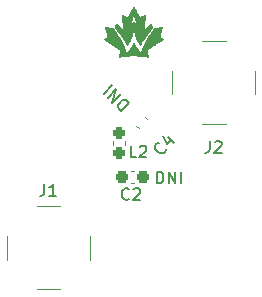
<source format=gto>
%TF.GenerationSoftware,KiCad,Pcbnew,6.0.9+dfsg-1*%
%TF.CreationDate,2022-11-12T19:52:27+00:00*%
%TF.ProjectId,antenna,616e7465-6e6e-4612-9e6b-696361645f70,rev?*%
%TF.SameCoordinates,Original*%
%TF.FileFunction,Legend,Top*%
%TF.FilePolarity,Positive*%
%FSLAX46Y46*%
G04 Gerber Fmt 4.6, Leading zero omitted, Abs format (unit mm)*
G04 Created by KiCad (PCBNEW 6.0.9+dfsg-1) date 2022-11-12 19:52:27*
%MOMM*%
%LPD*%
G01*
G04 APERTURE LIST*
G04 Aperture macros list*
%AMRoundRect*
0 Rectangle with rounded corners*
0 $1 Rounding radius*
0 $2 $3 $4 $5 $6 $7 $8 $9 X,Y pos of 4 corners*
0 Add a 4 corners polygon primitive as box body*
4,1,4,$2,$3,$4,$5,$6,$7,$8,$9,$2,$3,0*
0 Add four circle primitives for the rounded corners*
1,1,$1+$1,$2,$3*
1,1,$1+$1,$4,$5*
1,1,$1+$1,$6,$7*
1,1,$1+$1,$8,$9*
0 Add four rect primitives between the rounded corners*
20,1,$1+$1,$2,$3,$4,$5,0*
20,1,$1+$1,$4,$5,$6,$7,0*
20,1,$1+$1,$6,$7,$8,$9,0*
20,1,$1+$1,$8,$9,$2,$3,0*%
G04 Aperture macros list end*
%ADD10C,0.150000*%
%ADD11C,0.010000*%
%ADD12C,0.120000*%
%ADD13RoundRect,0.237500X-0.300000X-0.237500X0.300000X-0.237500X0.300000X0.237500X-0.300000X0.237500X0*%
%ADD14RoundRect,0.237500X0.237500X-0.287500X0.237500X0.287500X-0.237500X0.287500X-0.237500X-0.287500X0*%
%ADD15C,2.740000*%
%ADD16C,2.240000*%
%ADD17RoundRect,0.237500X-0.380070X0.044194X0.044194X-0.380070X0.380070X-0.044194X-0.044194X0.380070X0*%
%ADD18C,7.400000*%
%ADD19C,4.100000*%
G04 APERTURE END LIST*
D10*
X134824566Y-111357142D02*
X134776947Y-111404761D01*
X134634090Y-111452380D01*
X134538852Y-111452380D01*
X134395994Y-111404761D01*
X134300756Y-111309523D01*
X134253137Y-111214285D01*
X134205518Y-111023809D01*
X134205518Y-110880952D01*
X134253137Y-110690476D01*
X134300756Y-110595238D01*
X134395994Y-110500000D01*
X134538852Y-110452380D01*
X134634090Y-110452380D01*
X134776947Y-110500000D01*
X134824566Y-110547619D01*
X135205518Y-110547619D02*
X135253137Y-110500000D01*
X135348375Y-110452380D01*
X135586471Y-110452380D01*
X135681709Y-110500000D01*
X135729328Y-110547619D01*
X135776947Y-110642857D01*
X135776947Y-110738095D01*
X135729328Y-110880952D01*
X135157899Y-111452380D01*
X135776947Y-111452380D01*
X137176190Y-110052380D02*
X137176190Y-109052380D01*
X137414285Y-109052380D01*
X137557142Y-109100000D01*
X137652380Y-109195238D01*
X137700000Y-109290476D01*
X137747619Y-109480952D01*
X137747619Y-109623809D01*
X137700000Y-109814285D01*
X137652380Y-109909523D01*
X137557142Y-110004761D01*
X137414285Y-110052380D01*
X137176190Y-110052380D01*
X138176190Y-110052380D02*
X138176190Y-109052380D01*
X138747619Y-110052380D01*
X138747619Y-109052380D01*
X139223809Y-110052380D02*
X139223809Y-109052380D01*
X135433333Y-107852380D02*
X134957142Y-107852380D01*
X134957142Y-106852380D01*
X135719047Y-106947619D02*
X135766666Y-106900000D01*
X135861904Y-106852380D01*
X136100000Y-106852380D01*
X136195238Y-106900000D01*
X136242857Y-106947619D01*
X136290476Y-107042857D01*
X136290476Y-107138095D01*
X136242857Y-107280952D01*
X135671428Y-107852380D01*
X136290476Y-107852380D01*
X127666666Y-110102380D02*
X127666666Y-110816666D01*
X127619047Y-110959523D01*
X127523809Y-111054761D01*
X127380952Y-111102380D01*
X127285714Y-111102380D01*
X128666666Y-111102380D02*
X128095238Y-111102380D01*
X128380952Y-111102380D02*
X128380952Y-110102380D01*
X128285714Y-110245238D01*
X128190476Y-110340476D01*
X128095238Y-110388095D01*
X137934687Y-107170389D02*
X137934687Y-107237732D01*
X137867343Y-107372419D01*
X137800000Y-107439763D01*
X137665312Y-107507106D01*
X137530625Y-107507106D01*
X137429610Y-107473435D01*
X137261251Y-107372419D01*
X137160236Y-107271404D01*
X137059221Y-107103045D01*
X137025549Y-107002030D01*
X137025549Y-106867343D01*
X137092893Y-106732656D01*
X137160236Y-106665312D01*
X137294923Y-106597969D01*
X137362267Y-106597969D01*
X138136717Y-106160236D02*
X138608122Y-106631641D01*
X137698984Y-106059221D02*
X138035702Y-106732656D01*
X138473435Y-106294923D01*
X134843824Y-103204061D02*
X134136717Y-103911167D01*
X133968358Y-103742809D01*
X133901015Y-103608122D01*
X133901015Y-103473435D01*
X133934687Y-103372419D01*
X134035702Y-103204061D01*
X134136717Y-103103045D01*
X134305076Y-103002030D01*
X134406091Y-102968358D01*
X134540778Y-102968358D01*
X134675465Y-103035702D01*
X134843824Y-103204061D01*
X134136717Y-102496954D02*
X133429610Y-103204061D01*
X133732656Y-102092893D01*
X133025549Y-102800000D01*
X133395938Y-101756175D02*
X132688832Y-102463282D01*
X141666666Y-106452380D02*
X141666666Y-107166666D01*
X141619047Y-107309523D01*
X141523809Y-107404761D01*
X141380952Y-107452380D01*
X141285714Y-107452380D01*
X142095238Y-106547619D02*
X142142857Y-106500000D01*
X142238095Y-106452380D01*
X142476190Y-106452380D01*
X142571428Y-106500000D01*
X142619047Y-106547619D01*
X142666666Y-106642857D01*
X142666666Y-106738095D01*
X142619047Y-106880952D01*
X142047619Y-107452380D01*
X142666666Y-107452380D01*
G36*
X132800697Y-96793970D02*
G01*
X132820033Y-96797400D01*
X132850352Y-96803030D01*
X132890319Y-96810605D01*
X132938599Y-96819871D01*
X132993859Y-96830572D01*
X133054762Y-96842455D01*
X133119976Y-96855263D01*
X133121094Y-96855484D01*
X133201677Y-96871474D01*
X133269475Y-96885182D01*
X133325396Y-96896815D01*
X133370348Y-96906580D01*
X133405239Y-96914683D01*
X133430978Y-96921330D01*
X133448474Y-96926729D01*
X133458633Y-96931085D01*
X133461102Y-96932804D01*
X133473574Y-96946227D01*
X133492726Y-96969656D01*
X133517447Y-97001566D01*
X133546624Y-97040433D01*
X133579144Y-97084732D01*
X133613896Y-97132937D01*
X133649767Y-97183524D01*
X133685644Y-97234969D01*
X133720415Y-97285745D01*
X133742273Y-97318234D01*
X133845542Y-97477334D01*
X133946719Y-97641776D01*
X134044654Y-97809429D01*
X134138199Y-97978163D01*
X134226202Y-98145847D01*
X134307513Y-98310352D01*
X134380984Y-98469546D01*
X134444782Y-98619617D01*
X134460866Y-98660630D01*
X134478350Y-98707438D01*
X134496411Y-98757618D01*
X134514230Y-98808749D01*
X134530987Y-98858409D01*
X134545860Y-98904176D01*
X134558030Y-98943629D01*
X134566676Y-98974346D01*
X134570389Y-98990372D01*
X134574647Y-99007015D01*
X134579120Y-99015845D01*
X134580077Y-99016274D01*
X134586754Y-99011234D01*
X134601072Y-98997142D01*
X134621646Y-98975541D01*
X134647088Y-98947973D01*
X134676016Y-98915981D01*
X134707042Y-98881108D01*
X134738782Y-98844897D01*
X134769851Y-98808889D01*
X134798864Y-98774628D01*
X134820049Y-98749040D01*
X134884931Y-98667140D01*
X134944680Y-98586123D01*
X135001417Y-98502812D01*
X135057268Y-98414035D01*
X135114354Y-98316615D01*
X135140812Y-98269471D01*
X135160513Y-98234757D01*
X135178166Y-98205166D01*
X135192620Y-98182505D01*
X135202728Y-98168579D01*
X135207259Y-98165088D01*
X135212526Y-98173146D01*
X135222843Y-98190848D01*
X135236705Y-98215556D01*
X135252178Y-98243836D01*
X135329089Y-98379716D01*
X135407247Y-98504810D01*
X135488710Y-98622225D01*
X135575537Y-98735070D01*
X135586337Y-98748357D01*
X135612781Y-98780211D01*
X135642384Y-98815040D01*
X135673767Y-98851306D01*
X135705545Y-98887468D01*
X135736339Y-98921989D01*
X135764766Y-98953329D01*
X135789445Y-98979948D01*
X135808992Y-99000309D01*
X135822028Y-99012872D01*
X135826883Y-99016274D01*
X135831129Y-99010181D01*
X135835610Y-98995069D01*
X135836571Y-98990372D01*
X135841986Y-98967926D01*
X135851549Y-98934900D01*
X135864440Y-98893717D01*
X135879838Y-98846799D01*
X135896924Y-98796567D01*
X135914876Y-98745443D01*
X135932873Y-98695849D01*
X135950097Y-98650206D01*
X135962178Y-98619617D01*
X136025492Y-98470701D01*
X136097659Y-98314261D01*
X136177518Y-98152442D01*
X136263912Y-97987390D01*
X136355683Y-97821251D01*
X136451672Y-97656171D01*
X136550722Y-97494296D01*
X136651675Y-97337772D01*
X136663995Y-97319251D01*
X136697378Y-97269822D01*
X136732611Y-97218694D01*
X136768585Y-97167389D01*
X136804188Y-97117430D01*
X136838312Y-97070339D01*
X136869845Y-97027639D01*
X136897678Y-96990854D01*
X136920700Y-96961504D01*
X136937802Y-96941114D01*
X136945553Y-96933079D01*
X136952906Y-96929111D01*
X136967791Y-96924066D01*
X136991057Y-96917752D01*
X137023552Y-96909977D01*
X137066124Y-96900547D01*
X137119624Y-96889271D01*
X137184898Y-96875955D01*
X137262795Y-96860407D01*
X137285561Y-96855908D01*
X137350866Y-96843064D01*
X137411884Y-96831137D01*
X137467281Y-96820382D01*
X137515724Y-96811055D01*
X137555878Y-96803412D01*
X137586409Y-96797708D01*
X137605985Y-96794198D01*
X137613271Y-96793137D01*
X137613282Y-96793143D01*
X137611871Y-96799843D01*
X137607357Y-96818646D01*
X137600092Y-96848171D01*
X137590424Y-96887039D01*
X137578704Y-96933869D01*
X137565282Y-96987282D01*
X137550509Y-97045897D01*
X137534733Y-97108334D01*
X137518307Y-97173214D01*
X137501579Y-97239155D01*
X137484899Y-97304779D01*
X137468619Y-97368704D01*
X137453087Y-97429551D01*
X137438655Y-97485940D01*
X137425672Y-97536491D01*
X137414488Y-97579823D01*
X137405454Y-97614557D01*
X137398920Y-97639312D01*
X137395235Y-97652708D01*
X137395076Y-97653241D01*
X137396765Y-97658541D01*
X137405068Y-97666598D01*
X137421059Y-97678116D01*
X137445815Y-97693804D01*
X137480413Y-97714366D01*
X137525929Y-97740511D01*
X137541465Y-97749317D01*
X137582695Y-97772840D01*
X137619584Y-97794285D01*
X137650494Y-97812666D01*
X137673786Y-97826997D01*
X137687821Y-97836294D01*
X137691288Y-97839400D01*
X137685575Y-97843811D01*
X137668909Y-97855347D01*
X137642003Y-97873538D01*
X137605567Y-97897913D01*
X137560312Y-97928004D01*
X137506950Y-97963340D01*
X137446192Y-98003452D01*
X137378749Y-98047870D01*
X137305332Y-98096125D01*
X137226653Y-98147746D01*
X137143423Y-98202264D01*
X137056352Y-98259210D01*
X136988519Y-98303515D01*
X136899009Y-98362002D01*
X136812800Y-98418441D01*
X136730605Y-98472360D01*
X136653136Y-98523288D01*
X136581103Y-98570752D01*
X136515218Y-98614282D01*
X136456194Y-98653407D01*
X136404741Y-98687654D01*
X136361572Y-98716551D01*
X136327398Y-98739629D01*
X136302930Y-98756414D01*
X136288881Y-98766436D01*
X136285609Y-98769233D01*
X136287617Y-98777185D01*
X136293405Y-98796948D01*
X136302527Y-98827073D01*
X136314537Y-98866109D01*
X136328987Y-98912609D01*
X136345430Y-98965123D01*
X136363421Y-99022200D01*
X136369899Y-99042667D01*
X136388187Y-99100842D01*
X136404891Y-99154858D01*
X136419588Y-99203284D01*
X136431858Y-99244691D01*
X136441279Y-99277649D01*
X136447428Y-99300726D01*
X136449885Y-99312494D01*
X136449790Y-99313681D01*
X136442366Y-99313537D01*
X136422111Y-99311817D01*
X136390012Y-99308631D01*
X136347052Y-99304090D01*
X136294217Y-99298305D01*
X136232491Y-99291385D01*
X136162861Y-99283441D01*
X136086309Y-99274584D01*
X136003823Y-99264924D01*
X135916386Y-99254571D01*
X135824983Y-99243637D01*
X135824365Y-99243562D01*
X135203480Y-99168904D01*
X134595318Y-99242206D01*
X134504521Y-99253127D01*
X134417459Y-99263557D01*
X134335154Y-99273374D01*
X134258628Y-99282460D01*
X134188902Y-99290694D01*
X134126997Y-99297956D01*
X134073935Y-99304126D01*
X134030738Y-99309085D01*
X133998427Y-99312712D01*
X133978024Y-99314888D01*
X133970756Y-99315507D01*
X133958157Y-99313419D01*
X133954356Y-99309732D01*
X133956394Y-99302038D01*
X133962208Y-99282534D01*
X133971348Y-99252669D01*
X133983364Y-99213894D01*
X133997806Y-99167658D01*
X134014223Y-99115412D01*
X134032167Y-99058605D01*
X134037863Y-99040631D01*
X134056193Y-98982644D01*
X134073129Y-98928704D01*
X134088221Y-98880273D01*
X134101018Y-98838814D01*
X134111070Y-98805788D01*
X134117926Y-98782658D01*
X134121135Y-98770887D01*
X134121320Y-98769790D01*
X134115599Y-98765101D01*
X134098923Y-98753295D01*
X134072004Y-98734844D01*
X134035553Y-98710220D01*
X133990283Y-98679894D01*
X133936903Y-98644340D01*
X133876127Y-98604028D01*
X133808665Y-98559433D01*
X133735229Y-98511025D01*
X133656530Y-98459276D01*
X133573281Y-98404660D01*
X133486192Y-98347648D01*
X133418471Y-98303395D01*
X133328975Y-98244918D01*
X133242781Y-98188516D01*
X133160602Y-98134658D01*
X133083148Y-98083814D01*
X133011130Y-98036454D01*
X132945259Y-97993047D01*
X132886246Y-97954064D01*
X132834803Y-97919972D01*
X132791641Y-97891244D01*
X132757471Y-97868346D01*
X132733003Y-97851751D01*
X132718950Y-97841926D01*
X132715672Y-97839280D01*
X132721476Y-97834556D01*
X132737797Y-97824037D01*
X132762995Y-97808707D01*
X132795432Y-97789550D01*
X132833468Y-97767549D01*
X132865494Y-97749317D01*
X132914408Y-97721406D01*
X132952089Y-97699284D01*
X132979613Y-97682243D01*
X132998057Y-97669578D01*
X133008497Y-97660582D01*
X133012010Y-97654548D01*
X133011884Y-97653241D01*
X133008416Y-97640724D01*
X133002074Y-97616746D01*
X132993207Y-97582687D01*
X132982165Y-97539928D01*
X132969299Y-97489849D01*
X132954959Y-97433829D01*
X132939495Y-97373250D01*
X132923256Y-97309492D01*
X132906593Y-97243934D01*
X132889857Y-97177957D01*
X132873396Y-97112941D01*
X132857562Y-97050267D01*
X132842705Y-96991314D01*
X132829173Y-96937463D01*
X132817319Y-96890094D01*
X132807491Y-96850588D01*
X132800040Y-96820324D01*
X132795315Y-96800682D01*
X132793668Y-96793044D01*
X132793677Y-96792994D01*
X132800697Y-96793970D01*
G37*
D11*
X132800697Y-96793970D02*
X132820033Y-96797400D01*
X132850352Y-96803030D01*
X132890319Y-96810605D01*
X132938599Y-96819871D01*
X132993859Y-96830572D01*
X133054762Y-96842455D01*
X133119976Y-96855263D01*
X133121094Y-96855484D01*
X133201677Y-96871474D01*
X133269475Y-96885182D01*
X133325396Y-96896815D01*
X133370348Y-96906580D01*
X133405239Y-96914683D01*
X133430978Y-96921330D01*
X133448474Y-96926729D01*
X133458633Y-96931085D01*
X133461102Y-96932804D01*
X133473574Y-96946227D01*
X133492726Y-96969656D01*
X133517447Y-97001566D01*
X133546624Y-97040433D01*
X133579144Y-97084732D01*
X133613896Y-97132937D01*
X133649767Y-97183524D01*
X133685644Y-97234969D01*
X133720415Y-97285745D01*
X133742273Y-97318234D01*
X133845542Y-97477334D01*
X133946719Y-97641776D01*
X134044654Y-97809429D01*
X134138199Y-97978163D01*
X134226202Y-98145847D01*
X134307513Y-98310352D01*
X134380984Y-98469546D01*
X134444782Y-98619617D01*
X134460866Y-98660630D01*
X134478350Y-98707438D01*
X134496411Y-98757618D01*
X134514230Y-98808749D01*
X134530987Y-98858409D01*
X134545860Y-98904176D01*
X134558030Y-98943629D01*
X134566676Y-98974346D01*
X134570389Y-98990372D01*
X134574647Y-99007015D01*
X134579120Y-99015845D01*
X134580077Y-99016274D01*
X134586754Y-99011234D01*
X134601072Y-98997142D01*
X134621646Y-98975541D01*
X134647088Y-98947973D01*
X134676016Y-98915981D01*
X134707042Y-98881108D01*
X134738782Y-98844897D01*
X134769851Y-98808889D01*
X134798864Y-98774628D01*
X134820049Y-98749040D01*
X134884931Y-98667140D01*
X134944680Y-98586123D01*
X135001417Y-98502812D01*
X135057268Y-98414035D01*
X135114354Y-98316615D01*
X135140812Y-98269471D01*
X135160513Y-98234757D01*
X135178166Y-98205166D01*
X135192620Y-98182505D01*
X135202728Y-98168579D01*
X135207259Y-98165088D01*
X135212526Y-98173146D01*
X135222843Y-98190848D01*
X135236705Y-98215556D01*
X135252178Y-98243836D01*
X135329089Y-98379716D01*
X135407247Y-98504810D01*
X135488710Y-98622225D01*
X135575537Y-98735070D01*
X135586337Y-98748357D01*
X135612781Y-98780211D01*
X135642384Y-98815040D01*
X135673767Y-98851306D01*
X135705545Y-98887468D01*
X135736339Y-98921989D01*
X135764766Y-98953329D01*
X135789445Y-98979948D01*
X135808992Y-99000309D01*
X135822028Y-99012872D01*
X135826883Y-99016274D01*
X135831129Y-99010181D01*
X135835610Y-98995069D01*
X135836571Y-98990372D01*
X135841986Y-98967926D01*
X135851549Y-98934900D01*
X135864440Y-98893717D01*
X135879838Y-98846799D01*
X135896924Y-98796567D01*
X135914876Y-98745443D01*
X135932873Y-98695849D01*
X135950097Y-98650206D01*
X135962178Y-98619617D01*
X136025492Y-98470701D01*
X136097659Y-98314261D01*
X136177518Y-98152442D01*
X136263912Y-97987390D01*
X136355683Y-97821251D01*
X136451672Y-97656171D01*
X136550722Y-97494296D01*
X136651675Y-97337772D01*
X136663995Y-97319251D01*
X136697378Y-97269822D01*
X136732611Y-97218694D01*
X136768585Y-97167389D01*
X136804188Y-97117430D01*
X136838312Y-97070339D01*
X136869845Y-97027639D01*
X136897678Y-96990854D01*
X136920700Y-96961504D01*
X136937802Y-96941114D01*
X136945553Y-96933079D01*
X136952906Y-96929111D01*
X136967791Y-96924066D01*
X136991057Y-96917752D01*
X137023552Y-96909977D01*
X137066124Y-96900547D01*
X137119624Y-96889271D01*
X137184898Y-96875955D01*
X137262795Y-96860407D01*
X137285561Y-96855908D01*
X137350866Y-96843064D01*
X137411884Y-96831137D01*
X137467281Y-96820382D01*
X137515724Y-96811055D01*
X137555878Y-96803412D01*
X137586409Y-96797708D01*
X137605985Y-96794198D01*
X137613271Y-96793137D01*
X137613282Y-96793143D01*
X137611871Y-96799843D01*
X137607357Y-96818646D01*
X137600092Y-96848171D01*
X137590424Y-96887039D01*
X137578704Y-96933869D01*
X137565282Y-96987282D01*
X137550509Y-97045897D01*
X137534733Y-97108334D01*
X137518307Y-97173214D01*
X137501579Y-97239155D01*
X137484899Y-97304779D01*
X137468619Y-97368704D01*
X137453087Y-97429551D01*
X137438655Y-97485940D01*
X137425672Y-97536491D01*
X137414488Y-97579823D01*
X137405454Y-97614557D01*
X137398920Y-97639312D01*
X137395235Y-97652708D01*
X137395076Y-97653241D01*
X137396765Y-97658541D01*
X137405068Y-97666598D01*
X137421059Y-97678116D01*
X137445815Y-97693804D01*
X137480413Y-97714366D01*
X137525929Y-97740511D01*
X137541465Y-97749317D01*
X137582695Y-97772840D01*
X137619584Y-97794285D01*
X137650494Y-97812666D01*
X137673786Y-97826997D01*
X137687821Y-97836294D01*
X137691288Y-97839400D01*
X137685575Y-97843811D01*
X137668909Y-97855347D01*
X137642003Y-97873538D01*
X137605567Y-97897913D01*
X137560312Y-97928004D01*
X137506950Y-97963340D01*
X137446192Y-98003452D01*
X137378749Y-98047870D01*
X137305332Y-98096125D01*
X137226653Y-98147746D01*
X137143423Y-98202264D01*
X137056352Y-98259210D01*
X136988519Y-98303515D01*
X136899009Y-98362002D01*
X136812800Y-98418441D01*
X136730605Y-98472360D01*
X136653136Y-98523288D01*
X136581103Y-98570752D01*
X136515218Y-98614282D01*
X136456194Y-98653407D01*
X136404741Y-98687654D01*
X136361572Y-98716551D01*
X136327398Y-98739629D01*
X136302930Y-98756414D01*
X136288881Y-98766436D01*
X136285609Y-98769233D01*
X136287617Y-98777185D01*
X136293405Y-98796948D01*
X136302527Y-98827073D01*
X136314537Y-98866109D01*
X136328987Y-98912609D01*
X136345430Y-98965123D01*
X136363421Y-99022200D01*
X136369899Y-99042667D01*
X136388187Y-99100842D01*
X136404891Y-99154858D01*
X136419588Y-99203284D01*
X136431858Y-99244691D01*
X136441279Y-99277649D01*
X136447428Y-99300726D01*
X136449885Y-99312494D01*
X136449790Y-99313681D01*
X136442366Y-99313537D01*
X136422111Y-99311817D01*
X136390012Y-99308631D01*
X136347052Y-99304090D01*
X136294217Y-99298305D01*
X136232491Y-99291385D01*
X136162861Y-99283441D01*
X136086309Y-99274584D01*
X136003823Y-99264924D01*
X135916386Y-99254571D01*
X135824983Y-99243637D01*
X135824365Y-99243562D01*
X135203480Y-99168904D01*
X134595318Y-99242206D01*
X134504521Y-99253127D01*
X134417459Y-99263557D01*
X134335154Y-99273374D01*
X134258628Y-99282460D01*
X134188902Y-99290694D01*
X134126997Y-99297956D01*
X134073935Y-99304126D01*
X134030738Y-99309085D01*
X133998427Y-99312712D01*
X133978024Y-99314888D01*
X133970756Y-99315507D01*
X133958157Y-99313419D01*
X133954356Y-99309732D01*
X133956394Y-99302038D01*
X133962208Y-99282534D01*
X133971348Y-99252669D01*
X133983364Y-99213894D01*
X133997806Y-99167658D01*
X134014223Y-99115412D01*
X134032167Y-99058605D01*
X134037863Y-99040631D01*
X134056193Y-98982644D01*
X134073129Y-98928704D01*
X134088221Y-98880273D01*
X134101018Y-98838814D01*
X134111070Y-98805788D01*
X134117926Y-98782658D01*
X134121135Y-98770887D01*
X134121320Y-98769790D01*
X134115599Y-98765101D01*
X134098923Y-98753295D01*
X134072004Y-98734844D01*
X134035553Y-98710220D01*
X133990283Y-98679894D01*
X133936903Y-98644340D01*
X133876127Y-98604028D01*
X133808665Y-98559433D01*
X133735229Y-98511025D01*
X133656530Y-98459276D01*
X133573281Y-98404660D01*
X133486192Y-98347648D01*
X133418471Y-98303395D01*
X133328975Y-98244918D01*
X133242781Y-98188516D01*
X133160602Y-98134658D01*
X133083148Y-98083814D01*
X133011130Y-98036454D01*
X132945259Y-97993047D01*
X132886246Y-97954064D01*
X132834803Y-97919972D01*
X132791641Y-97891244D01*
X132757471Y-97868346D01*
X132733003Y-97851751D01*
X132718950Y-97841926D01*
X132715672Y-97839280D01*
X132721476Y-97834556D01*
X132737797Y-97824037D01*
X132762995Y-97808707D01*
X132795432Y-97789550D01*
X132833468Y-97767549D01*
X132865494Y-97749317D01*
X132914408Y-97721406D01*
X132952089Y-97699284D01*
X132979613Y-97682243D01*
X132998057Y-97669578D01*
X133008497Y-97660582D01*
X133012010Y-97654548D01*
X133011884Y-97653241D01*
X133008416Y-97640724D01*
X133002074Y-97616746D01*
X132993207Y-97582687D01*
X132982165Y-97539928D01*
X132969299Y-97489849D01*
X132954959Y-97433829D01*
X132939495Y-97373250D01*
X132923256Y-97309492D01*
X132906593Y-97243934D01*
X132889857Y-97177957D01*
X132873396Y-97112941D01*
X132857562Y-97050267D01*
X132842705Y-96991314D01*
X132829173Y-96937463D01*
X132817319Y-96890094D01*
X132807491Y-96850588D01*
X132800040Y-96820324D01*
X132795315Y-96800682D01*
X132793668Y-96793044D01*
X132793677Y-96792994D01*
X132800697Y-96793970D01*
G36*
X134284353Y-96428113D02*
G01*
X134275482Y-96335131D01*
X134267088Y-96246110D01*
X134259257Y-96162023D01*
X134252076Y-96083843D01*
X134245631Y-96012543D01*
X134240008Y-95949098D01*
X134235293Y-95894479D01*
X134231572Y-95849661D01*
X134228931Y-95815617D01*
X134227457Y-95793320D01*
X134227235Y-95783742D01*
X134227323Y-95783454D01*
X134234486Y-95785128D01*
X134252938Y-95791832D01*
X134281236Y-95802974D01*
X134317938Y-95817966D01*
X134361599Y-95836218D01*
X134410775Y-95857139D01*
X134464024Y-95880139D01*
X134465125Y-95880618D01*
X134518386Y-95903770D01*
X134567506Y-95925069D01*
X134611053Y-95943899D01*
X134647596Y-95959642D01*
X134675705Y-95971683D01*
X134693949Y-95979405D01*
X134700895Y-95982191D01*
X134700909Y-95982192D01*
X134704585Y-95976261D01*
X134714460Y-95959103D01*
X134730002Y-95931672D01*
X134750677Y-95894922D01*
X134775952Y-95849806D01*
X134805293Y-95797279D01*
X134838167Y-95738293D01*
X134874040Y-95673804D01*
X134912378Y-95604763D01*
X134949911Y-95537066D01*
X134990149Y-95464606D01*
X135028532Y-95395811D01*
X135064516Y-95331636D01*
X135097558Y-95273036D01*
X135127113Y-95220967D01*
X135152638Y-95176382D01*
X135173587Y-95140238D01*
X135189418Y-95113489D01*
X135199585Y-95097091D01*
X135203480Y-95091967D01*
X135207914Y-95097905D01*
X135218516Y-95115069D01*
X135234733Y-95142494D01*
X135256017Y-95179215D01*
X135281817Y-95224269D01*
X135311583Y-95276690D01*
X135344765Y-95335515D01*
X135380813Y-95399778D01*
X135419176Y-95468517D01*
X135452447Y-95528394D01*
X135492369Y-95600367D01*
X135530398Y-95668895D01*
X135565983Y-95732988D01*
X135598574Y-95791656D01*
X135627619Y-95843908D01*
X135652569Y-95888755D01*
X135672873Y-95925205D01*
X135687980Y-95952270D01*
X135697339Y-95968958D01*
X135700334Y-95974197D01*
X135704557Y-95975601D01*
X135714410Y-95973950D01*
X135730913Y-95968851D01*
X135755090Y-95959909D01*
X135787962Y-95946728D01*
X135830551Y-95928916D01*
X135883880Y-95906076D01*
X135940783Y-95881385D01*
X135994229Y-95858260D01*
X136043633Y-95837198D01*
X136087555Y-95818790D01*
X136124557Y-95803625D01*
X136153199Y-95792293D01*
X136172043Y-95785382D01*
X136179651Y-95783482D01*
X136179700Y-95783517D01*
X136179680Y-95790923D01*
X136178395Y-95811208D01*
X136175930Y-95843399D01*
X136172371Y-95886522D01*
X136167805Y-95939605D01*
X136162318Y-96001673D01*
X136155995Y-96071755D01*
X136148924Y-96148876D01*
X136141190Y-96232064D01*
X136132880Y-96320345D01*
X136124080Y-96412747D01*
X136122606Y-96428113D01*
X136113721Y-96521058D01*
X136105282Y-96610014D01*
X136097379Y-96694010D01*
X136090099Y-96772077D01*
X136083532Y-96843244D01*
X136077764Y-96906541D01*
X136072885Y-96960998D01*
X136068983Y-97005643D01*
X136066146Y-97039507D01*
X136064462Y-97061619D01*
X136064020Y-97071010D01*
X136064073Y-97071269D01*
X136069652Y-97067311D01*
X136084688Y-97054887D01*
X136108257Y-97034803D01*
X136139434Y-97007863D01*
X136177296Y-96974873D01*
X136220918Y-96936636D01*
X136269376Y-96893959D01*
X136321745Y-96847646D01*
X136368061Y-96806540D01*
X136423108Y-96757694D01*
X136475100Y-96711723D01*
X136523100Y-96669445D01*
X136566174Y-96631676D01*
X136603385Y-96599233D01*
X136633797Y-96572931D01*
X136656475Y-96553587D01*
X136670482Y-96542018D01*
X136674853Y-96538905D01*
X136676978Y-96540463D01*
X136680242Y-96545908D01*
X136685099Y-96556398D01*
X136692001Y-96573089D01*
X136701401Y-96597138D01*
X136713751Y-96629702D01*
X136729503Y-96671939D01*
X136749111Y-96725004D01*
X136771753Y-96786583D01*
X136792427Y-96842892D01*
X136733126Y-96911302D01*
X136656616Y-97001806D01*
X136576367Y-97100895D01*
X136493504Y-97206960D01*
X136409153Y-97318391D01*
X136324440Y-97433578D01*
X136240490Y-97550911D01*
X136158429Y-97668779D01*
X136079382Y-97785573D01*
X136004476Y-97899683D01*
X135934836Y-98009499D01*
X135871587Y-98113410D01*
X135815856Y-98209807D01*
X135782192Y-98271437D01*
X135744401Y-98342623D01*
X135721445Y-98309258D01*
X135677684Y-98240895D01*
X135632339Y-98161222D01*
X135586500Y-98072587D01*
X135541257Y-97977337D01*
X135497702Y-97877821D01*
X135456925Y-97776387D01*
X135420016Y-97675383D01*
X135401808Y-97621014D01*
X135368975Y-97513980D01*
X135336111Y-97396397D01*
X135304045Y-97271606D01*
X135273605Y-97142948D01*
X135245619Y-97013766D01*
X135223846Y-96903197D01*
X135204129Y-96797764D01*
X135168304Y-96976266D01*
X135128713Y-97162152D01*
X135087007Y-97335290D01*
X135042810Y-97496738D01*
X134995747Y-97647556D01*
X134945443Y-97788803D01*
X134891522Y-97921539D01*
X134833609Y-98046822D01*
X134771330Y-98165714D01*
X134710269Y-98269689D01*
X134693644Y-98296104D01*
X134679432Y-98317856D01*
X134669357Y-98332356D01*
X134665446Y-98336989D01*
X134660281Y-98332639D01*
X134650666Y-98318340D01*
X134638237Y-98296659D01*
X134630963Y-98282849D01*
X134590515Y-98207484D01*
X134541891Y-98123061D01*
X134486079Y-98030995D01*
X134424066Y-97932702D01*
X134356841Y-97829597D01*
X134285391Y-97723097D01*
X134210704Y-97614616D01*
X134133769Y-97505572D01*
X134055574Y-97397379D01*
X133977106Y-97291454D01*
X133899353Y-97189213D01*
X133823304Y-97092070D01*
X133749947Y-97001442D01*
X133680269Y-96918745D01*
X133673833Y-96911302D01*
X133614533Y-96842892D01*
X133635206Y-96786583D01*
X133658904Y-96722136D01*
X133678316Y-96669618D01*
X133693892Y-96627874D01*
X133706085Y-96595748D01*
X133715347Y-96572082D01*
X133722130Y-96555722D01*
X133726886Y-96545510D01*
X133730067Y-96540291D01*
X133732032Y-96538905D01*
X133738122Y-96543401D01*
X133753664Y-96556345D01*
X133777720Y-96576921D01*
X133809355Y-96604313D01*
X133847634Y-96637706D01*
X133891620Y-96676283D01*
X133940378Y-96719228D01*
X133992971Y-96765726D01*
X134038901Y-96806462D01*
X134093864Y-96855191D01*
X134145687Y-96900962D01*
X134193446Y-96942973D01*
X134236218Y-96980418D01*
X134273078Y-97012492D01*
X134303102Y-97038390D01*
X134325366Y-97057309D01*
X134338945Y-97068444D01*
X134342964Y-97071192D01*
X134342725Y-97064009D01*
X134341230Y-97043944D01*
X134338567Y-97011966D01*
X134334825Y-96969047D01*
X134330093Y-96916155D01*
X134324459Y-96854261D01*
X134318011Y-96784336D01*
X134310838Y-96707350D01*
X134303027Y-96624272D01*
X134294669Y-96536073D01*
X134293589Y-96524759D01*
X134950620Y-96524759D01*
X134953163Y-96525501D01*
X134963388Y-96517970D01*
X134979168Y-96503764D01*
X134981210Y-96501806D01*
X135005828Y-96481313D01*
X135036418Y-96460308D01*
X135064302Y-96444429D01*
X135126412Y-96420844D01*
X135189461Y-96410774D01*
X135252073Y-96414010D01*
X135312872Y-96430343D01*
X135370481Y-96459563D01*
X135420452Y-96498553D01*
X135438262Y-96514419D01*
X135450904Y-96524124D01*
X135456292Y-96526124D01*
X135456181Y-96524987D01*
X135453497Y-96516617D01*
X135447047Y-96496151D01*
X135437204Y-96464781D01*
X135424341Y-96423698D01*
X135408830Y-96374096D01*
X135391044Y-96317164D01*
X135371357Y-96254097D01*
X135350140Y-96186085D01*
X135328880Y-96117891D01*
X135306647Y-96046600D01*
X135285658Y-95979371D01*
X135266273Y-95917361D01*
X135248857Y-95861728D01*
X135233771Y-95813628D01*
X135221380Y-95774219D01*
X135212046Y-95744658D01*
X135206131Y-95726103D01*
X135204004Y-95719712D01*
X135201770Y-95725888D01*
X135195765Y-95744210D01*
X135186352Y-95773536D01*
X135173891Y-95812722D01*
X135158745Y-95860624D01*
X135141274Y-95916100D01*
X135121841Y-95978005D01*
X135100807Y-96045196D01*
X135078583Y-96116370D01*
X135056201Y-96188109D01*
X135034991Y-96256032D01*
X135015324Y-96318951D01*
X134997573Y-96375677D01*
X134982112Y-96425021D01*
X134969311Y-96465795D01*
X134959544Y-96496811D01*
X134953183Y-96516879D01*
X134950620Y-96524759D01*
X134293589Y-96524759D01*
X134285850Y-96443724D01*
X134284353Y-96428113D01*
G37*
X134284353Y-96428113D02*
X134275482Y-96335131D01*
X134267088Y-96246110D01*
X134259257Y-96162023D01*
X134252076Y-96083843D01*
X134245631Y-96012543D01*
X134240008Y-95949098D01*
X134235293Y-95894479D01*
X134231572Y-95849661D01*
X134228931Y-95815617D01*
X134227457Y-95793320D01*
X134227235Y-95783742D01*
X134227323Y-95783454D01*
X134234486Y-95785128D01*
X134252938Y-95791832D01*
X134281236Y-95802974D01*
X134317938Y-95817966D01*
X134361599Y-95836218D01*
X134410775Y-95857139D01*
X134464024Y-95880139D01*
X134465125Y-95880618D01*
X134518386Y-95903770D01*
X134567506Y-95925069D01*
X134611053Y-95943899D01*
X134647596Y-95959642D01*
X134675705Y-95971683D01*
X134693949Y-95979405D01*
X134700895Y-95982191D01*
X134700909Y-95982192D01*
X134704585Y-95976261D01*
X134714460Y-95959103D01*
X134730002Y-95931672D01*
X134750677Y-95894922D01*
X134775952Y-95849806D01*
X134805293Y-95797279D01*
X134838167Y-95738293D01*
X134874040Y-95673804D01*
X134912378Y-95604763D01*
X134949911Y-95537066D01*
X134990149Y-95464606D01*
X135028532Y-95395811D01*
X135064516Y-95331636D01*
X135097558Y-95273036D01*
X135127113Y-95220967D01*
X135152638Y-95176382D01*
X135173587Y-95140238D01*
X135189418Y-95113489D01*
X135199585Y-95097091D01*
X135203480Y-95091967D01*
X135207914Y-95097905D01*
X135218516Y-95115069D01*
X135234733Y-95142494D01*
X135256017Y-95179215D01*
X135281817Y-95224269D01*
X135311583Y-95276690D01*
X135344765Y-95335515D01*
X135380813Y-95399778D01*
X135419176Y-95468517D01*
X135452447Y-95528394D01*
X135492369Y-95600367D01*
X135530398Y-95668895D01*
X135565983Y-95732988D01*
X135598574Y-95791656D01*
X135627619Y-95843908D01*
X135652569Y-95888755D01*
X135672873Y-95925205D01*
X135687980Y-95952270D01*
X135697339Y-95968958D01*
X135700334Y-95974197D01*
X135704557Y-95975601D01*
X135714410Y-95973950D01*
X135730913Y-95968851D01*
X135755090Y-95959909D01*
X135787962Y-95946728D01*
X135830551Y-95928916D01*
X135883880Y-95906076D01*
X135940783Y-95881385D01*
X135994229Y-95858260D01*
X136043633Y-95837198D01*
X136087555Y-95818790D01*
X136124557Y-95803625D01*
X136153199Y-95792293D01*
X136172043Y-95785382D01*
X136179651Y-95783482D01*
X136179700Y-95783517D01*
X136179680Y-95790923D01*
X136178395Y-95811208D01*
X136175930Y-95843399D01*
X136172371Y-95886522D01*
X136167805Y-95939605D01*
X136162318Y-96001673D01*
X136155995Y-96071755D01*
X136148924Y-96148876D01*
X136141190Y-96232064D01*
X136132880Y-96320345D01*
X136124080Y-96412747D01*
X136122606Y-96428113D01*
X136113721Y-96521058D01*
X136105282Y-96610014D01*
X136097379Y-96694010D01*
X136090099Y-96772077D01*
X136083532Y-96843244D01*
X136077764Y-96906541D01*
X136072885Y-96960998D01*
X136068983Y-97005643D01*
X136066146Y-97039507D01*
X136064462Y-97061619D01*
X136064020Y-97071010D01*
X136064073Y-97071269D01*
X136069652Y-97067311D01*
X136084688Y-97054887D01*
X136108257Y-97034803D01*
X136139434Y-97007863D01*
X136177296Y-96974873D01*
X136220918Y-96936636D01*
X136269376Y-96893959D01*
X136321745Y-96847646D01*
X136368061Y-96806540D01*
X136423108Y-96757694D01*
X136475100Y-96711723D01*
X136523100Y-96669445D01*
X136566174Y-96631676D01*
X136603385Y-96599233D01*
X136633797Y-96572931D01*
X136656475Y-96553587D01*
X136670482Y-96542018D01*
X136674853Y-96538905D01*
X136676978Y-96540463D01*
X136680242Y-96545908D01*
X136685099Y-96556398D01*
X136692001Y-96573089D01*
X136701401Y-96597138D01*
X136713751Y-96629702D01*
X136729503Y-96671939D01*
X136749111Y-96725004D01*
X136771753Y-96786583D01*
X136792427Y-96842892D01*
X136733126Y-96911302D01*
X136656616Y-97001806D01*
X136576367Y-97100895D01*
X136493504Y-97206960D01*
X136409153Y-97318391D01*
X136324440Y-97433578D01*
X136240490Y-97550911D01*
X136158429Y-97668779D01*
X136079382Y-97785573D01*
X136004476Y-97899683D01*
X135934836Y-98009499D01*
X135871587Y-98113410D01*
X135815856Y-98209807D01*
X135782192Y-98271437D01*
X135744401Y-98342623D01*
X135721445Y-98309258D01*
X135677684Y-98240895D01*
X135632339Y-98161222D01*
X135586500Y-98072587D01*
X135541257Y-97977337D01*
X135497702Y-97877821D01*
X135456925Y-97776387D01*
X135420016Y-97675383D01*
X135401808Y-97621014D01*
X135368975Y-97513980D01*
X135336111Y-97396397D01*
X135304045Y-97271606D01*
X135273605Y-97142948D01*
X135245619Y-97013766D01*
X135223846Y-96903197D01*
X135204129Y-96797764D01*
X135168304Y-96976266D01*
X135128713Y-97162152D01*
X135087007Y-97335290D01*
X135042810Y-97496738D01*
X134995747Y-97647556D01*
X134945443Y-97788803D01*
X134891522Y-97921539D01*
X134833609Y-98046822D01*
X134771330Y-98165714D01*
X134710269Y-98269689D01*
X134693644Y-98296104D01*
X134679432Y-98317856D01*
X134669357Y-98332356D01*
X134665446Y-98336989D01*
X134660281Y-98332639D01*
X134650666Y-98318340D01*
X134638237Y-98296659D01*
X134630963Y-98282849D01*
X134590515Y-98207484D01*
X134541891Y-98123061D01*
X134486079Y-98030995D01*
X134424066Y-97932702D01*
X134356841Y-97829597D01*
X134285391Y-97723097D01*
X134210704Y-97614616D01*
X134133769Y-97505572D01*
X134055574Y-97397379D01*
X133977106Y-97291454D01*
X133899353Y-97189213D01*
X133823304Y-97092070D01*
X133749947Y-97001442D01*
X133680269Y-96918745D01*
X133673833Y-96911302D01*
X133614533Y-96842892D01*
X133635206Y-96786583D01*
X133658904Y-96722136D01*
X133678316Y-96669618D01*
X133693892Y-96627874D01*
X133706085Y-96595748D01*
X133715347Y-96572082D01*
X133722130Y-96555722D01*
X133726886Y-96545510D01*
X133730067Y-96540291D01*
X133732032Y-96538905D01*
X133738122Y-96543401D01*
X133753664Y-96556345D01*
X133777720Y-96576921D01*
X133809355Y-96604313D01*
X133847634Y-96637706D01*
X133891620Y-96676283D01*
X133940378Y-96719228D01*
X133992971Y-96765726D01*
X134038901Y-96806462D01*
X134093864Y-96855191D01*
X134145687Y-96900962D01*
X134193446Y-96942973D01*
X134236218Y-96980418D01*
X134273078Y-97012492D01*
X134303102Y-97038390D01*
X134325366Y-97057309D01*
X134338945Y-97068444D01*
X134342964Y-97071192D01*
X134342725Y-97064009D01*
X134341230Y-97043944D01*
X134338567Y-97011966D01*
X134334825Y-96969047D01*
X134330093Y-96916155D01*
X134324459Y-96854261D01*
X134318011Y-96784336D01*
X134310838Y-96707350D01*
X134303027Y-96624272D01*
X134294669Y-96536073D01*
X134293589Y-96524759D01*
X134950620Y-96524759D01*
X134953163Y-96525501D01*
X134963388Y-96517970D01*
X134979168Y-96503764D01*
X134981210Y-96501806D01*
X135005828Y-96481313D01*
X135036418Y-96460308D01*
X135064302Y-96444429D01*
X135126412Y-96420844D01*
X135189461Y-96410774D01*
X135252073Y-96414010D01*
X135312872Y-96430343D01*
X135370481Y-96459563D01*
X135420452Y-96498553D01*
X135438262Y-96514419D01*
X135450904Y-96524124D01*
X135456292Y-96526124D01*
X135456181Y-96524987D01*
X135453497Y-96516617D01*
X135447047Y-96496151D01*
X135437204Y-96464781D01*
X135424341Y-96423698D01*
X135408830Y-96374096D01*
X135391044Y-96317164D01*
X135371357Y-96254097D01*
X135350140Y-96186085D01*
X135328880Y-96117891D01*
X135306647Y-96046600D01*
X135285658Y-95979371D01*
X135266273Y-95917361D01*
X135248857Y-95861728D01*
X135233771Y-95813628D01*
X135221380Y-95774219D01*
X135212046Y-95744658D01*
X135206131Y-95726103D01*
X135204004Y-95719712D01*
X135201770Y-95725888D01*
X135195765Y-95744210D01*
X135186352Y-95773536D01*
X135173891Y-95812722D01*
X135158745Y-95860624D01*
X135141274Y-95916100D01*
X135121841Y-95978005D01*
X135100807Y-96045196D01*
X135078583Y-96116370D01*
X135056201Y-96188109D01*
X135034991Y-96256032D01*
X135015324Y-96318951D01*
X134997573Y-96375677D01*
X134982112Y-96425021D01*
X134969311Y-96465795D01*
X134959544Y-96496811D01*
X134953183Y-96516879D01*
X134950620Y-96524759D01*
X134293589Y-96524759D01*
X134285850Y-96443724D01*
X134284353Y-96428113D01*
D12*
X134991233Y-108990000D02*
X135283767Y-108990000D01*
X134991233Y-110010000D02*
X135283767Y-110010000D01*
X134510000Y-106796267D02*
X134510000Y-106453733D01*
X133490000Y-106796267D02*
X133490000Y-106453733D01*
X127000000Y-111994800D02*
X129000000Y-111994800D01*
X129000000Y-119005200D02*
X127000000Y-119005200D01*
X131505200Y-114500000D02*
X131505200Y-116500000D01*
X124494800Y-116500000D02*
X124494800Y-114500000D01*
X136147318Y-104426069D02*
X136354171Y-104632922D01*
X135426069Y-105147318D02*
X135632922Y-105354171D01*
X143000000Y-105005200D02*
X141000000Y-105005200D01*
X145505200Y-100500000D02*
X145505200Y-102500000D01*
X138494800Y-102500000D02*
X138494800Y-100500000D01*
X141000000Y-97994800D02*
X143000000Y-97994800D01*
%LPC*%
D13*
X134275000Y-109500000D03*
X136000000Y-109500000D03*
D14*
X134000000Y-107500000D03*
X134000000Y-105750000D03*
D15*
X125460000Y-112960000D03*
X125460000Y-118040000D03*
X130540000Y-118040000D03*
D16*
X128000000Y-115500000D03*
D15*
X130540000Y-112960000D03*
D17*
X135280240Y-104280240D03*
X136500000Y-105500000D03*
D15*
X139460000Y-98960000D03*
X144540000Y-104040000D03*
X144540000Y-98960000D03*
D16*
X142000000Y-101500000D03*
D15*
X139460000Y-104040000D03*
D18*
X135000000Y-183000000D03*
D19*
X135000000Y-183000000D03*
X60500000Y-108500000D03*
D18*
X60500000Y-108500000D03*
X135000000Y-34000000D03*
D19*
X135000000Y-34000000D03*
X209500000Y-108500000D03*
D18*
X209500000Y-108500000D03*
M02*

</source>
